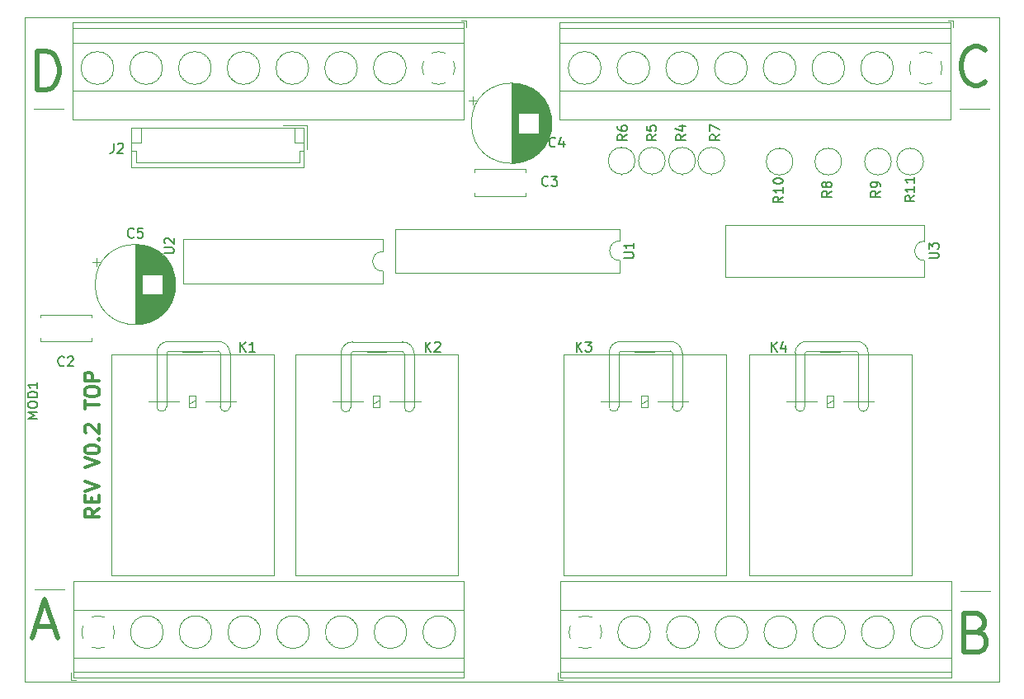
<source format=gbr>
%TF.GenerationSoftware,KiCad,Pcbnew,8.0.5*%
%TF.CreationDate,2025-03-13T20:37:10+01:00*%
%TF.ProjectId,esp32_blinds_controller,65737033-325f-4626-9c69-6e64735f636f,V0.2*%
%TF.SameCoordinates,Original*%
%TF.FileFunction,Legend,Top*%
%TF.FilePolarity,Positive*%
%FSLAX46Y46*%
G04 Gerber Fmt 4.6, Leading zero omitted, Abs format (unit mm)*
G04 Created by KiCad (PCBNEW 8.0.5) date 2025-03-13 20:37:10*
%MOMM*%
%LPD*%
G01*
G04 APERTURE LIST*
%ADD10C,0.300000*%
%ADD11C,0.150000*%
%ADD12C,0.500000*%
%ADD13C,0.120000*%
%TA.AperFunction,Profile*%
%ADD14C,0.050000*%
%TD*%
%TA.AperFunction,Profile*%
%ADD15C,0.120000*%
%TD*%
G04 APERTURE END LIST*
D10*
X108800828Y-113588346D02*
X108086542Y-114088346D01*
X108800828Y-114445489D02*
X107300828Y-114445489D01*
X107300828Y-114445489D02*
X107300828Y-113874060D01*
X107300828Y-113874060D02*
X107372257Y-113731203D01*
X107372257Y-113731203D02*
X107443685Y-113659774D01*
X107443685Y-113659774D02*
X107586542Y-113588346D01*
X107586542Y-113588346D02*
X107800828Y-113588346D01*
X107800828Y-113588346D02*
X107943685Y-113659774D01*
X107943685Y-113659774D02*
X108015114Y-113731203D01*
X108015114Y-113731203D02*
X108086542Y-113874060D01*
X108086542Y-113874060D02*
X108086542Y-114445489D01*
X108015114Y-112945489D02*
X108015114Y-112445489D01*
X108800828Y-112231203D02*
X108800828Y-112945489D01*
X108800828Y-112945489D02*
X107300828Y-112945489D01*
X107300828Y-112945489D02*
X107300828Y-112231203D01*
X107300828Y-111802631D02*
X108800828Y-111302631D01*
X108800828Y-111302631D02*
X107300828Y-110802631D01*
X107300828Y-109374060D02*
X108800828Y-108874060D01*
X108800828Y-108874060D02*
X107300828Y-108374060D01*
X107300828Y-107588346D02*
X107300828Y-107445489D01*
X107300828Y-107445489D02*
X107372257Y-107302632D01*
X107372257Y-107302632D02*
X107443685Y-107231204D01*
X107443685Y-107231204D02*
X107586542Y-107159775D01*
X107586542Y-107159775D02*
X107872257Y-107088346D01*
X107872257Y-107088346D02*
X108229400Y-107088346D01*
X108229400Y-107088346D02*
X108515114Y-107159775D01*
X108515114Y-107159775D02*
X108657971Y-107231204D01*
X108657971Y-107231204D02*
X108729400Y-107302632D01*
X108729400Y-107302632D02*
X108800828Y-107445489D01*
X108800828Y-107445489D02*
X108800828Y-107588346D01*
X108800828Y-107588346D02*
X108729400Y-107731204D01*
X108729400Y-107731204D02*
X108657971Y-107802632D01*
X108657971Y-107802632D02*
X108515114Y-107874061D01*
X108515114Y-107874061D02*
X108229400Y-107945489D01*
X108229400Y-107945489D02*
X107872257Y-107945489D01*
X107872257Y-107945489D02*
X107586542Y-107874061D01*
X107586542Y-107874061D02*
X107443685Y-107802632D01*
X107443685Y-107802632D02*
X107372257Y-107731204D01*
X107372257Y-107731204D02*
X107300828Y-107588346D01*
X108657971Y-106445490D02*
X108729400Y-106374061D01*
X108729400Y-106374061D02*
X108800828Y-106445490D01*
X108800828Y-106445490D02*
X108729400Y-106516918D01*
X108729400Y-106516918D02*
X108657971Y-106445490D01*
X108657971Y-106445490D02*
X108800828Y-106445490D01*
X107443685Y-105802632D02*
X107372257Y-105731204D01*
X107372257Y-105731204D02*
X107300828Y-105588347D01*
X107300828Y-105588347D02*
X107300828Y-105231204D01*
X107300828Y-105231204D02*
X107372257Y-105088347D01*
X107372257Y-105088347D02*
X107443685Y-105016918D01*
X107443685Y-105016918D02*
X107586542Y-104945489D01*
X107586542Y-104945489D02*
X107729400Y-104945489D01*
X107729400Y-104945489D02*
X107943685Y-105016918D01*
X107943685Y-105016918D02*
X108800828Y-105874061D01*
X108800828Y-105874061D02*
X108800828Y-104945489D01*
X107300828Y-103374061D02*
X107300828Y-102516919D01*
X108800828Y-102945490D02*
X107300828Y-102945490D01*
X107300828Y-101731204D02*
X107300828Y-101445490D01*
X107300828Y-101445490D02*
X107372257Y-101302633D01*
X107372257Y-101302633D02*
X107515114Y-101159776D01*
X107515114Y-101159776D02*
X107800828Y-101088347D01*
X107800828Y-101088347D02*
X108300828Y-101088347D01*
X108300828Y-101088347D02*
X108586542Y-101159776D01*
X108586542Y-101159776D02*
X108729400Y-101302633D01*
X108729400Y-101302633D02*
X108800828Y-101445490D01*
X108800828Y-101445490D02*
X108800828Y-101731204D01*
X108800828Y-101731204D02*
X108729400Y-101874062D01*
X108729400Y-101874062D02*
X108586542Y-102016919D01*
X108586542Y-102016919D02*
X108300828Y-102088347D01*
X108300828Y-102088347D02*
X107800828Y-102088347D01*
X107800828Y-102088347D02*
X107515114Y-102016919D01*
X107515114Y-102016919D02*
X107372257Y-101874062D01*
X107372257Y-101874062D02*
X107300828Y-101731204D01*
X108800828Y-100445490D02*
X107300828Y-100445490D01*
X107300828Y-100445490D02*
X107300828Y-99874061D01*
X107300828Y-99874061D02*
X107372257Y-99731204D01*
X107372257Y-99731204D02*
X107443685Y-99659775D01*
X107443685Y-99659775D02*
X107586542Y-99588347D01*
X107586542Y-99588347D02*
X107800828Y-99588347D01*
X107800828Y-99588347D02*
X107943685Y-99659775D01*
X107943685Y-99659775D02*
X108015114Y-99731204D01*
X108015114Y-99731204D02*
X108086542Y-99874061D01*
X108086542Y-99874061D02*
X108086542Y-100445490D01*
D11*
X165954819Y-75166666D02*
X165478628Y-75499999D01*
X165954819Y-75738094D02*
X164954819Y-75738094D01*
X164954819Y-75738094D02*
X164954819Y-75357142D01*
X164954819Y-75357142D02*
X165002438Y-75261904D01*
X165002438Y-75261904D02*
X165050057Y-75214285D01*
X165050057Y-75214285D02*
X165145295Y-75166666D01*
X165145295Y-75166666D02*
X165288152Y-75166666D01*
X165288152Y-75166666D02*
X165383390Y-75214285D01*
X165383390Y-75214285D02*
X165431009Y-75261904D01*
X165431009Y-75261904D02*
X165478628Y-75357142D01*
X165478628Y-75357142D02*
X165478628Y-75738094D01*
X164954819Y-74261904D02*
X164954819Y-74738094D01*
X164954819Y-74738094D02*
X165431009Y-74785713D01*
X165431009Y-74785713D02*
X165383390Y-74738094D01*
X165383390Y-74738094D02*
X165335771Y-74642856D01*
X165335771Y-74642856D02*
X165335771Y-74404761D01*
X165335771Y-74404761D02*
X165383390Y-74309523D01*
X165383390Y-74309523D02*
X165431009Y-74261904D01*
X165431009Y-74261904D02*
X165526247Y-74214285D01*
X165526247Y-74214285D02*
X165764342Y-74214285D01*
X165764342Y-74214285D02*
X165859580Y-74261904D01*
X165859580Y-74261904D02*
X165907200Y-74309523D01*
X165907200Y-74309523D02*
X165954819Y-74404761D01*
X165954819Y-74404761D02*
X165954819Y-74642856D01*
X165954819Y-74642856D02*
X165907200Y-74738094D01*
X165907200Y-74738094D02*
X165859580Y-74785713D01*
X188954819Y-80966666D02*
X188478628Y-81299999D01*
X188954819Y-81538094D02*
X187954819Y-81538094D01*
X187954819Y-81538094D02*
X187954819Y-81157142D01*
X187954819Y-81157142D02*
X188002438Y-81061904D01*
X188002438Y-81061904D02*
X188050057Y-81014285D01*
X188050057Y-81014285D02*
X188145295Y-80966666D01*
X188145295Y-80966666D02*
X188288152Y-80966666D01*
X188288152Y-80966666D02*
X188383390Y-81014285D01*
X188383390Y-81014285D02*
X188431009Y-81061904D01*
X188431009Y-81061904D02*
X188478628Y-81157142D01*
X188478628Y-81157142D02*
X188478628Y-81538094D01*
X188954819Y-80490475D02*
X188954819Y-80299999D01*
X188954819Y-80299999D02*
X188907200Y-80204761D01*
X188907200Y-80204761D02*
X188859580Y-80157142D01*
X188859580Y-80157142D02*
X188716723Y-80061904D01*
X188716723Y-80061904D02*
X188526247Y-80014285D01*
X188526247Y-80014285D02*
X188145295Y-80014285D01*
X188145295Y-80014285D02*
X188050057Y-80061904D01*
X188050057Y-80061904D02*
X188002438Y-80109523D01*
X188002438Y-80109523D02*
X187954819Y-80204761D01*
X187954819Y-80204761D02*
X187954819Y-80395237D01*
X187954819Y-80395237D02*
X188002438Y-80490475D01*
X188002438Y-80490475D02*
X188050057Y-80538094D01*
X188050057Y-80538094D02*
X188145295Y-80585713D01*
X188145295Y-80585713D02*
X188383390Y-80585713D01*
X188383390Y-80585713D02*
X188478628Y-80538094D01*
X188478628Y-80538094D02*
X188526247Y-80490475D01*
X188526247Y-80490475D02*
X188573866Y-80395237D01*
X188573866Y-80395237D02*
X188573866Y-80204761D01*
X188573866Y-80204761D02*
X188526247Y-80109523D01*
X188526247Y-80109523D02*
X188478628Y-80061904D01*
X188478628Y-80061904D02*
X188383390Y-80014285D01*
X168954819Y-75166666D02*
X168478628Y-75499999D01*
X168954819Y-75738094D02*
X167954819Y-75738094D01*
X167954819Y-75738094D02*
X167954819Y-75357142D01*
X167954819Y-75357142D02*
X168002438Y-75261904D01*
X168002438Y-75261904D02*
X168050057Y-75214285D01*
X168050057Y-75214285D02*
X168145295Y-75166666D01*
X168145295Y-75166666D02*
X168288152Y-75166666D01*
X168288152Y-75166666D02*
X168383390Y-75214285D01*
X168383390Y-75214285D02*
X168431009Y-75261904D01*
X168431009Y-75261904D02*
X168478628Y-75357142D01*
X168478628Y-75357142D02*
X168478628Y-75738094D01*
X168288152Y-74309523D02*
X168954819Y-74309523D01*
X167907200Y-74547618D02*
X168621485Y-74785713D01*
X168621485Y-74785713D02*
X168621485Y-74166666D01*
X142261905Y-97454819D02*
X142261905Y-96454819D01*
X142833333Y-97454819D02*
X142404762Y-96883390D01*
X142833333Y-96454819D02*
X142261905Y-97026247D01*
X143214286Y-96550057D02*
X143261905Y-96502438D01*
X143261905Y-96502438D02*
X143357143Y-96454819D01*
X143357143Y-96454819D02*
X143595238Y-96454819D01*
X143595238Y-96454819D02*
X143690476Y-96502438D01*
X143690476Y-96502438D02*
X143738095Y-96550057D01*
X143738095Y-96550057D02*
X143785714Y-96645295D01*
X143785714Y-96645295D02*
X143785714Y-96740533D01*
X143785714Y-96740533D02*
X143738095Y-96883390D01*
X143738095Y-96883390D02*
X143166667Y-97454819D01*
X143166667Y-97454819D02*
X143785714Y-97454819D01*
X115454819Y-87351904D02*
X116264342Y-87351904D01*
X116264342Y-87351904D02*
X116359580Y-87304285D01*
X116359580Y-87304285D02*
X116407200Y-87256666D01*
X116407200Y-87256666D02*
X116454819Y-87161428D01*
X116454819Y-87161428D02*
X116454819Y-86970952D01*
X116454819Y-86970952D02*
X116407200Y-86875714D01*
X116407200Y-86875714D02*
X116359580Y-86828095D01*
X116359580Y-86828095D02*
X116264342Y-86780476D01*
X116264342Y-86780476D02*
X115454819Y-86780476D01*
X115550057Y-86351904D02*
X115502438Y-86304285D01*
X115502438Y-86304285D02*
X115454819Y-86209047D01*
X115454819Y-86209047D02*
X115454819Y-85970952D01*
X115454819Y-85970952D02*
X115502438Y-85875714D01*
X115502438Y-85875714D02*
X115550057Y-85828095D01*
X115550057Y-85828095D02*
X115645295Y-85780476D01*
X115645295Y-85780476D02*
X115740533Y-85780476D01*
X115740533Y-85780476D02*
X115883390Y-85828095D01*
X115883390Y-85828095D02*
X116454819Y-86399523D01*
X116454819Y-86399523D02*
X116454819Y-85780476D01*
X177761905Y-97454819D02*
X177761905Y-96454819D01*
X178333333Y-97454819D02*
X177904762Y-96883390D01*
X178333333Y-96454819D02*
X177761905Y-97026247D01*
X179190476Y-96788152D02*
X179190476Y-97454819D01*
X178952381Y-96407200D02*
X178714286Y-97121485D01*
X178714286Y-97121485D02*
X179333333Y-97121485D01*
X178954819Y-81542857D02*
X178478628Y-81876190D01*
X178954819Y-82114285D02*
X177954819Y-82114285D01*
X177954819Y-82114285D02*
X177954819Y-81733333D01*
X177954819Y-81733333D02*
X178002438Y-81638095D01*
X178002438Y-81638095D02*
X178050057Y-81590476D01*
X178050057Y-81590476D02*
X178145295Y-81542857D01*
X178145295Y-81542857D02*
X178288152Y-81542857D01*
X178288152Y-81542857D02*
X178383390Y-81590476D01*
X178383390Y-81590476D02*
X178431009Y-81638095D01*
X178431009Y-81638095D02*
X178478628Y-81733333D01*
X178478628Y-81733333D02*
X178478628Y-82114285D01*
X178954819Y-80590476D02*
X178954819Y-81161904D01*
X178954819Y-80876190D02*
X177954819Y-80876190D01*
X177954819Y-80876190D02*
X178097676Y-80971428D01*
X178097676Y-80971428D02*
X178192914Y-81066666D01*
X178192914Y-81066666D02*
X178240533Y-81161904D01*
X177954819Y-79971428D02*
X177954819Y-79876190D01*
X177954819Y-79876190D02*
X178002438Y-79780952D01*
X178002438Y-79780952D02*
X178050057Y-79733333D01*
X178050057Y-79733333D02*
X178145295Y-79685714D01*
X178145295Y-79685714D02*
X178335771Y-79638095D01*
X178335771Y-79638095D02*
X178573866Y-79638095D01*
X178573866Y-79638095D02*
X178764342Y-79685714D01*
X178764342Y-79685714D02*
X178859580Y-79733333D01*
X178859580Y-79733333D02*
X178907200Y-79780952D01*
X178907200Y-79780952D02*
X178954819Y-79876190D01*
X178954819Y-79876190D02*
X178954819Y-79971428D01*
X178954819Y-79971428D02*
X178907200Y-80066666D01*
X178907200Y-80066666D02*
X178859580Y-80114285D01*
X178859580Y-80114285D02*
X178764342Y-80161904D01*
X178764342Y-80161904D02*
X178573866Y-80209523D01*
X178573866Y-80209523D02*
X178335771Y-80209523D01*
X178335771Y-80209523D02*
X178145295Y-80161904D01*
X178145295Y-80161904D02*
X178050057Y-80114285D01*
X178050057Y-80114285D02*
X178002438Y-80066666D01*
X178002438Y-80066666D02*
X177954819Y-79971428D01*
X123261905Y-97454819D02*
X123261905Y-96454819D01*
X123833333Y-97454819D02*
X123404762Y-96883390D01*
X123833333Y-96454819D02*
X123261905Y-97026247D01*
X124785714Y-97454819D02*
X124214286Y-97454819D01*
X124500000Y-97454819D02*
X124500000Y-96454819D01*
X124500000Y-96454819D02*
X124404762Y-96597676D01*
X124404762Y-96597676D02*
X124309524Y-96692914D01*
X124309524Y-96692914D02*
X124214286Y-96740533D01*
X155580682Y-76359580D02*
X155533063Y-76407200D01*
X155533063Y-76407200D02*
X155390206Y-76454819D01*
X155390206Y-76454819D02*
X155294968Y-76454819D01*
X155294968Y-76454819D02*
X155152111Y-76407200D01*
X155152111Y-76407200D02*
X155056873Y-76311961D01*
X155056873Y-76311961D02*
X155009254Y-76216723D01*
X155009254Y-76216723D02*
X154961635Y-76026247D01*
X154961635Y-76026247D02*
X154961635Y-75883390D01*
X154961635Y-75883390D02*
X155009254Y-75692914D01*
X155009254Y-75692914D02*
X155056873Y-75597676D01*
X155056873Y-75597676D02*
X155152111Y-75502438D01*
X155152111Y-75502438D02*
X155294968Y-75454819D01*
X155294968Y-75454819D02*
X155390206Y-75454819D01*
X155390206Y-75454819D02*
X155533063Y-75502438D01*
X155533063Y-75502438D02*
X155580682Y-75550057D01*
X156437825Y-75788152D02*
X156437825Y-76454819D01*
X156199730Y-75407200D02*
X155961635Y-76121485D01*
X155961635Y-76121485D02*
X156580682Y-76121485D01*
X192454819Y-81442857D02*
X191978628Y-81776190D01*
X192454819Y-82014285D02*
X191454819Y-82014285D01*
X191454819Y-82014285D02*
X191454819Y-81633333D01*
X191454819Y-81633333D02*
X191502438Y-81538095D01*
X191502438Y-81538095D02*
X191550057Y-81490476D01*
X191550057Y-81490476D02*
X191645295Y-81442857D01*
X191645295Y-81442857D02*
X191788152Y-81442857D01*
X191788152Y-81442857D02*
X191883390Y-81490476D01*
X191883390Y-81490476D02*
X191931009Y-81538095D01*
X191931009Y-81538095D02*
X191978628Y-81633333D01*
X191978628Y-81633333D02*
X191978628Y-82014285D01*
X192454819Y-80490476D02*
X192454819Y-81061904D01*
X192454819Y-80776190D02*
X191454819Y-80776190D01*
X191454819Y-80776190D02*
X191597676Y-80871428D01*
X191597676Y-80871428D02*
X191692914Y-80966666D01*
X191692914Y-80966666D02*
X191740533Y-81061904D01*
X192454819Y-79538095D02*
X192454819Y-80109523D01*
X192454819Y-79823809D02*
X191454819Y-79823809D01*
X191454819Y-79823809D02*
X191597676Y-79919047D01*
X191597676Y-79919047D02*
X191692914Y-80014285D01*
X191692914Y-80014285D02*
X191740533Y-80109523D01*
X102454819Y-104333332D02*
X101454819Y-104333332D01*
X101454819Y-104333332D02*
X102169104Y-103999999D01*
X102169104Y-103999999D02*
X101454819Y-103666666D01*
X101454819Y-103666666D02*
X102454819Y-103666666D01*
X101454819Y-102999999D02*
X101454819Y-102809523D01*
X101454819Y-102809523D02*
X101502438Y-102714285D01*
X101502438Y-102714285D02*
X101597676Y-102619047D01*
X101597676Y-102619047D02*
X101788152Y-102571428D01*
X101788152Y-102571428D02*
X102121485Y-102571428D01*
X102121485Y-102571428D02*
X102311961Y-102619047D01*
X102311961Y-102619047D02*
X102407200Y-102714285D01*
X102407200Y-102714285D02*
X102454819Y-102809523D01*
X102454819Y-102809523D02*
X102454819Y-102999999D01*
X102454819Y-102999999D02*
X102407200Y-103095237D01*
X102407200Y-103095237D02*
X102311961Y-103190475D01*
X102311961Y-103190475D02*
X102121485Y-103238094D01*
X102121485Y-103238094D02*
X101788152Y-103238094D01*
X101788152Y-103238094D02*
X101597676Y-103190475D01*
X101597676Y-103190475D02*
X101502438Y-103095237D01*
X101502438Y-103095237D02*
X101454819Y-102999999D01*
X102454819Y-102142856D02*
X101454819Y-102142856D01*
X101454819Y-102142856D02*
X101454819Y-101904761D01*
X101454819Y-101904761D02*
X101502438Y-101761904D01*
X101502438Y-101761904D02*
X101597676Y-101666666D01*
X101597676Y-101666666D02*
X101692914Y-101619047D01*
X101692914Y-101619047D02*
X101883390Y-101571428D01*
X101883390Y-101571428D02*
X102026247Y-101571428D01*
X102026247Y-101571428D02*
X102216723Y-101619047D01*
X102216723Y-101619047D02*
X102311961Y-101666666D01*
X102311961Y-101666666D02*
X102407200Y-101761904D01*
X102407200Y-101761904D02*
X102454819Y-101904761D01*
X102454819Y-101904761D02*
X102454819Y-102142856D01*
X102454819Y-100619047D02*
X102454819Y-101190475D01*
X102454819Y-100904761D02*
X101454819Y-100904761D01*
X101454819Y-100904761D02*
X101597676Y-100999999D01*
X101597676Y-100999999D02*
X101692914Y-101095237D01*
X101692914Y-101095237D02*
X101740533Y-101190475D01*
D12*
X199733042Y-69729523D02*
X199542566Y-69920000D01*
X199542566Y-69920000D02*
X198971137Y-70110476D01*
X198971137Y-70110476D02*
X198590185Y-70110476D01*
X198590185Y-70110476D02*
X198018756Y-69920000D01*
X198018756Y-69920000D02*
X197637804Y-69539047D01*
X197637804Y-69539047D02*
X197447327Y-69158095D01*
X197447327Y-69158095D02*
X197256851Y-68396190D01*
X197256851Y-68396190D02*
X197256851Y-67824761D01*
X197256851Y-67824761D02*
X197447327Y-67062857D01*
X197447327Y-67062857D02*
X197637804Y-66681904D01*
X197637804Y-66681904D02*
X198018756Y-66300952D01*
X198018756Y-66300952D02*
X198590185Y-66110476D01*
X198590185Y-66110476D02*
X198971137Y-66110476D01*
X198971137Y-66110476D02*
X199542566Y-66300952D01*
X199542566Y-66300952D02*
X199733042Y-66491428D01*
X102265851Y-125711619D02*
X104170613Y-125711619D01*
X101884899Y-126854476D02*
X103218232Y-122854476D01*
X103218232Y-122854476D02*
X104551566Y-126854476D01*
X198849661Y-126259238D02*
X199421089Y-126449714D01*
X199421089Y-126449714D02*
X199611566Y-126640190D01*
X199611566Y-126640190D02*
X199802042Y-127021142D01*
X199802042Y-127021142D02*
X199802042Y-127592571D01*
X199802042Y-127592571D02*
X199611566Y-127973523D01*
X199611566Y-127973523D02*
X199421089Y-128164000D01*
X199421089Y-128164000D02*
X199040137Y-128354476D01*
X199040137Y-128354476D02*
X197516327Y-128354476D01*
X197516327Y-128354476D02*
X197516327Y-124354476D01*
X197516327Y-124354476D02*
X198849661Y-124354476D01*
X198849661Y-124354476D02*
X199230613Y-124544952D01*
X199230613Y-124544952D02*
X199421089Y-124735428D01*
X199421089Y-124735428D02*
X199611566Y-125116380D01*
X199611566Y-125116380D02*
X199611566Y-125497333D01*
X199611566Y-125497333D02*
X199421089Y-125878285D01*
X199421089Y-125878285D02*
X199230613Y-126068761D01*
X199230613Y-126068761D02*
X198849661Y-126259238D01*
X198849661Y-126259238D02*
X197516327Y-126259238D01*
X102387327Y-70570476D02*
X102387327Y-66570476D01*
X102387327Y-66570476D02*
X103339708Y-66570476D01*
X103339708Y-66570476D02*
X103911137Y-66760952D01*
X103911137Y-66760952D02*
X104292089Y-67141904D01*
X104292089Y-67141904D02*
X104482566Y-67522857D01*
X104482566Y-67522857D02*
X104673042Y-68284761D01*
X104673042Y-68284761D02*
X104673042Y-68856190D01*
X104673042Y-68856190D02*
X104482566Y-69618095D01*
X104482566Y-69618095D02*
X104292089Y-69999047D01*
X104292089Y-69999047D02*
X103911137Y-70380000D01*
X103911137Y-70380000D02*
X103339708Y-70570476D01*
X103339708Y-70570476D02*
X102387327Y-70570476D01*
D11*
X183954819Y-80966666D02*
X183478628Y-81299999D01*
X183954819Y-81538094D02*
X182954819Y-81538094D01*
X182954819Y-81538094D02*
X182954819Y-81157142D01*
X182954819Y-81157142D02*
X183002438Y-81061904D01*
X183002438Y-81061904D02*
X183050057Y-81014285D01*
X183050057Y-81014285D02*
X183145295Y-80966666D01*
X183145295Y-80966666D02*
X183288152Y-80966666D01*
X183288152Y-80966666D02*
X183383390Y-81014285D01*
X183383390Y-81014285D02*
X183431009Y-81061904D01*
X183431009Y-81061904D02*
X183478628Y-81157142D01*
X183478628Y-81157142D02*
X183478628Y-81538094D01*
X183383390Y-80395237D02*
X183335771Y-80490475D01*
X183335771Y-80490475D02*
X183288152Y-80538094D01*
X183288152Y-80538094D02*
X183192914Y-80585713D01*
X183192914Y-80585713D02*
X183145295Y-80585713D01*
X183145295Y-80585713D02*
X183050057Y-80538094D01*
X183050057Y-80538094D02*
X183002438Y-80490475D01*
X183002438Y-80490475D02*
X182954819Y-80395237D01*
X182954819Y-80395237D02*
X182954819Y-80204761D01*
X182954819Y-80204761D02*
X183002438Y-80109523D01*
X183002438Y-80109523D02*
X183050057Y-80061904D01*
X183050057Y-80061904D02*
X183145295Y-80014285D01*
X183145295Y-80014285D02*
X183192914Y-80014285D01*
X183192914Y-80014285D02*
X183288152Y-80061904D01*
X183288152Y-80061904D02*
X183335771Y-80109523D01*
X183335771Y-80109523D02*
X183383390Y-80204761D01*
X183383390Y-80204761D02*
X183383390Y-80395237D01*
X183383390Y-80395237D02*
X183431009Y-80490475D01*
X183431009Y-80490475D02*
X183478628Y-80538094D01*
X183478628Y-80538094D02*
X183573866Y-80585713D01*
X183573866Y-80585713D02*
X183764342Y-80585713D01*
X183764342Y-80585713D02*
X183859580Y-80538094D01*
X183859580Y-80538094D02*
X183907200Y-80490475D01*
X183907200Y-80490475D02*
X183954819Y-80395237D01*
X183954819Y-80395237D02*
X183954819Y-80204761D01*
X183954819Y-80204761D02*
X183907200Y-80109523D01*
X183907200Y-80109523D02*
X183859580Y-80061904D01*
X183859580Y-80061904D02*
X183764342Y-80014285D01*
X183764342Y-80014285D02*
X183573866Y-80014285D01*
X183573866Y-80014285D02*
X183478628Y-80061904D01*
X183478628Y-80061904D02*
X183431009Y-80109523D01*
X183431009Y-80109523D02*
X183383390Y-80204761D01*
X172454819Y-75166666D02*
X171978628Y-75499999D01*
X172454819Y-75738094D02*
X171454819Y-75738094D01*
X171454819Y-75738094D02*
X171454819Y-75357142D01*
X171454819Y-75357142D02*
X171502438Y-75261904D01*
X171502438Y-75261904D02*
X171550057Y-75214285D01*
X171550057Y-75214285D02*
X171645295Y-75166666D01*
X171645295Y-75166666D02*
X171788152Y-75166666D01*
X171788152Y-75166666D02*
X171883390Y-75214285D01*
X171883390Y-75214285D02*
X171931009Y-75261904D01*
X171931009Y-75261904D02*
X171978628Y-75357142D01*
X171978628Y-75357142D02*
X171978628Y-75738094D01*
X171454819Y-74833332D02*
X171454819Y-74166666D01*
X171454819Y-74166666D02*
X172454819Y-74595237D01*
X105193333Y-98859580D02*
X105145714Y-98907200D01*
X105145714Y-98907200D02*
X105002857Y-98954819D01*
X105002857Y-98954819D02*
X104907619Y-98954819D01*
X104907619Y-98954819D02*
X104764762Y-98907200D01*
X104764762Y-98907200D02*
X104669524Y-98811961D01*
X104669524Y-98811961D02*
X104621905Y-98716723D01*
X104621905Y-98716723D02*
X104574286Y-98526247D01*
X104574286Y-98526247D02*
X104574286Y-98383390D01*
X104574286Y-98383390D02*
X104621905Y-98192914D01*
X104621905Y-98192914D02*
X104669524Y-98097676D01*
X104669524Y-98097676D02*
X104764762Y-98002438D01*
X104764762Y-98002438D02*
X104907619Y-97954819D01*
X104907619Y-97954819D02*
X105002857Y-97954819D01*
X105002857Y-97954819D02*
X105145714Y-98002438D01*
X105145714Y-98002438D02*
X105193333Y-98050057D01*
X105574286Y-98050057D02*
X105621905Y-98002438D01*
X105621905Y-98002438D02*
X105717143Y-97954819D01*
X105717143Y-97954819D02*
X105955238Y-97954819D01*
X105955238Y-97954819D02*
X106050476Y-98002438D01*
X106050476Y-98002438D02*
X106098095Y-98050057D01*
X106098095Y-98050057D02*
X106145714Y-98145295D01*
X106145714Y-98145295D02*
X106145714Y-98240533D01*
X106145714Y-98240533D02*
X106098095Y-98383390D01*
X106098095Y-98383390D02*
X105526667Y-98954819D01*
X105526667Y-98954819D02*
X106145714Y-98954819D01*
X112333333Y-85679580D02*
X112285714Y-85727200D01*
X112285714Y-85727200D02*
X112142857Y-85774819D01*
X112142857Y-85774819D02*
X112047619Y-85774819D01*
X112047619Y-85774819D02*
X111904762Y-85727200D01*
X111904762Y-85727200D02*
X111809524Y-85631961D01*
X111809524Y-85631961D02*
X111761905Y-85536723D01*
X111761905Y-85536723D02*
X111714286Y-85346247D01*
X111714286Y-85346247D02*
X111714286Y-85203390D01*
X111714286Y-85203390D02*
X111761905Y-85012914D01*
X111761905Y-85012914D02*
X111809524Y-84917676D01*
X111809524Y-84917676D02*
X111904762Y-84822438D01*
X111904762Y-84822438D02*
X112047619Y-84774819D01*
X112047619Y-84774819D02*
X112142857Y-84774819D01*
X112142857Y-84774819D02*
X112285714Y-84822438D01*
X112285714Y-84822438D02*
X112333333Y-84870057D01*
X113238095Y-84774819D02*
X112761905Y-84774819D01*
X112761905Y-84774819D02*
X112714286Y-85251009D01*
X112714286Y-85251009D02*
X112761905Y-85203390D01*
X112761905Y-85203390D02*
X112857143Y-85155771D01*
X112857143Y-85155771D02*
X113095238Y-85155771D01*
X113095238Y-85155771D02*
X113190476Y-85203390D01*
X113190476Y-85203390D02*
X113238095Y-85251009D01*
X113238095Y-85251009D02*
X113285714Y-85346247D01*
X113285714Y-85346247D02*
X113285714Y-85584342D01*
X113285714Y-85584342D02*
X113238095Y-85679580D01*
X113238095Y-85679580D02*
X113190476Y-85727200D01*
X113190476Y-85727200D02*
X113095238Y-85774819D01*
X113095238Y-85774819D02*
X112857143Y-85774819D01*
X112857143Y-85774819D02*
X112761905Y-85727200D01*
X112761905Y-85727200D02*
X112714286Y-85679580D01*
X154833333Y-80359580D02*
X154785714Y-80407200D01*
X154785714Y-80407200D02*
X154642857Y-80454819D01*
X154642857Y-80454819D02*
X154547619Y-80454819D01*
X154547619Y-80454819D02*
X154404762Y-80407200D01*
X154404762Y-80407200D02*
X154309524Y-80311961D01*
X154309524Y-80311961D02*
X154261905Y-80216723D01*
X154261905Y-80216723D02*
X154214286Y-80026247D01*
X154214286Y-80026247D02*
X154214286Y-79883390D01*
X154214286Y-79883390D02*
X154261905Y-79692914D01*
X154261905Y-79692914D02*
X154309524Y-79597676D01*
X154309524Y-79597676D02*
X154404762Y-79502438D01*
X154404762Y-79502438D02*
X154547619Y-79454819D01*
X154547619Y-79454819D02*
X154642857Y-79454819D01*
X154642857Y-79454819D02*
X154785714Y-79502438D01*
X154785714Y-79502438D02*
X154833333Y-79550057D01*
X155166667Y-79454819D02*
X155785714Y-79454819D01*
X155785714Y-79454819D02*
X155452381Y-79835771D01*
X155452381Y-79835771D02*
X155595238Y-79835771D01*
X155595238Y-79835771D02*
X155690476Y-79883390D01*
X155690476Y-79883390D02*
X155738095Y-79931009D01*
X155738095Y-79931009D02*
X155785714Y-80026247D01*
X155785714Y-80026247D02*
X155785714Y-80264342D01*
X155785714Y-80264342D02*
X155738095Y-80359580D01*
X155738095Y-80359580D02*
X155690476Y-80407200D01*
X155690476Y-80407200D02*
X155595238Y-80454819D01*
X155595238Y-80454819D02*
X155309524Y-80454819D01*
X155309524Y-80454819D02*
X155214286Y-80407200D01*
X155214286Y-80407200D02*
X155166667Y-80359580D01*
X162624819Y-87856904D02*
X163434342Y-87856904D01*
X163434342Y-87856904D02*
X163529580Y-87809285D01*
X163529580Y-87809285D02*
X163577200Y-87761666D01*
X163577200Y-87761666D02*
X163624819Y-87666428D01*
X163624819Y-87666428D02*
X163624819Y-87475952D01*
X163624819Y-87475952D02*
X163577200Y-87380714D01*
X163577200Y-87380714D02*
X163529580Y-87333095D01*
X163529580Y-87333095D02*
X163434342Y-87285476D01*
X163434342Y-87285476D02*
X162624819Y-87285476D01*
X163624819Y-86285476D02*
X163624819Y-86856904D01*
X163624819Y-86571190D02*
X162624819Y-86571190D01*
X162624819Y-86571190D02*
X162767676Y-86666428D01*
X162767676Y-86666428D02*
X162862914Y-86761666D01*
X162862914Y-86761666D02*
X162910533Y-86856904D01*
X157761905Y-97454819D02*
X157761905Y-96454819D01*
X158333333Y-97454819D02*
X157904762Y-96883390D01*
X158333333Y-96454819D02*
X157761905Y-97026247D01*
X158666667Y-96454819D02*
X159285714Y-96454819D01*
X159285714Y-96454819D02*
X158952381Y-96835771D01*
X158952381Y-96835771D02*
X159095238Y-96835771D01*
X159095238Y-96835771D02*
X159190476Y-96883390D01*
X159190476Y-96883390D02*
X159238095Y-96931009D01*
X159238095Y-96931009D02*
X159285714Y-97026247D01*
X159285714Y-97026247D02*
X159285714Y-97264342D01*
X159285714Y-97264342D02*
X159238095Y-97359580D01*
X159238095Y-97359580D02*
X159190476Y-97407200D01*
X159190476Y-97407200D02*
X159095238Y-97454819D01*
X159095238Y-97454819D02*
X158809524Y-97454819D01*
X158809524Y-97454819D02*
X158714286Y-97407200D01*
X158714286Y-97407200D02*
X158666667Y-97359580D01*
X193924819Y-87871904D02*
X194734342Y-87871904D01*
X194734342Y-87871904D02*
X194829580Y-87824285D01*
X194829580Y-87824285D02*
X194877200Y-87776666D01*
X194877200Y-87776666D02*
X194924819Y-87681428D01*
X194924819Y-87681428D02*
X194924819Y-87490952D01*
X194924819Y-87490952D02*
X194877200Y-87395714D01*
X194877200Y-87395714D02*
X194829580Y-87348095D01*
X194829580Y-87348095D02*
X194734342Y-87300476D01*
X194734342Y-87300476D02*
X193924819Y-87300476D01*
X193924819Y-86919523D02*
X193924819Y-86300476D01*
X193924819Y-86300476D02*
X194305771Y-86633809D01*
X194305771Y-86633809D02*
X194305771Y-86490952D01*
X194305771Y-86490952D02*
X194353390Y-86395714D01*
X194353390Y-86395714D02*
X194401009Y-86348095D01*
X194401009Y-86348095D02*
X194496247Y-86300476D01*
X194496247Y-86300476D02*
X194734342Y-86300476D01*
X194734342Y-86300476D02*
X194829580Y-86348095D01*
X194829580Y-86348095D02*
X194877200Y-86395714D01*
X194877200Y-86395714D02*
X194924819Y-86490952D01*
X194924819Y-86490952D02*
X194924819Y-86776666D01*
X194924819Y-86776666D02*
X194877200Y-86871904D01*
X194877200Y-86871904D02*
X194829580Y-86919523D01*
X162954819Y-75166666D02*
X162478628Y-75499999D01*
X162954819Y-75738094D02*
X161954819Y-75738094D01*
X161954819Y-75738094D02*
X161954819Y-75357142D01*
X161954819Y-75357142D02*
X162002438Y-75261904D01*
X162002438Y-75261904D02*
X162050057Y-75214285D01*
X162050057Y-75214285D02*
X162145295Y-75166666D01*
X162145295Y-75166666D02*
X162288152Y-75166666D01*
X162288152Y-75166666D02*
X162383390Y-75214285D01*
X162383390Y-75214285D02*
X162431009Y-75261904D01*
X162431009Y-75261904D02*
X162478628Y-75357142D01*
X162478628Y-75357142D02*
X162478628Y-75738094D01*
X161954819Y-74309523D02*
X161954819Y-74499999D01*
X161954819Y-74499999D02*
X162002438Y-74595237D01*
X162002438Y-74595237D02*
X162050057Y-74642856D01*
X162050057Y-74642856D02*
X162192914Y-74738094D01*
X162192914Y-74738094D02*
X162383390Y-74785713D01*
X162383390Y-74785713D02*
X162764342Y-74785713D01*
X162764342Y-74785713D02*
X162859580Y-74738094D01*
X162859580Y-74738094D02*
X162907200Y-74690475D01*
X162907200Y-74690475D02*
X162954819Y-74595237D01*
X162954819Y-74595237D02*
X162954819Y-74404761D01*
X162954819Y-74404761D02*
X162907200Y-74309523D01*
X162907200Y-74309523D02*
X162859580Y-74261904D01*
X162859580Y-74261904D02*
X162764342Y-74214285D01*
X162764342Y-74214285D02*
X162526247Y-74214285D01*
X162526247Y-74214285D02*
X162431009Y-74261904D01*
X162431009Y-74261904D02*
X162383390Y-74309523D01*
X162383390Y-74309523D02*
X162335771Y-74404761D01*
X162335771Y-74404761D02*
X162335771Y-74595237D01*
X162335771Y-74595237D02*
X162383390Y-74690475D01*
X162383390Y-74690475D02*
X162431009Y-74738094D01*
X162431009Y-74738094D02*
X162526247Y-74785713D01*
X110266666Y-76054819D02*
X110266666Y-76769104D01*
X110266666Y-76769104D02*
X110219047Y-76911961D01*
X110219047Y-76911961D02*
X110123809Y-77007200D01*
X110123809Y-77007200D02*
X109980952Y-77054819D01*
X109980952Y-77054819D02*
X109885714Y-77054819D01*
X110695238Y-76150057D02*
X110742857Y-76102438D01*
X110742857Y-76102438D02*
X110838095Y-76054819D01*
X110838095Y-76054819D02*
X111076190Y-76054819D01*
X111076190Y-76054819D02*
X111171428Y-76102438D01*
X111171428Y-76102438D02*
X111219047Y-76150057D01*
X111219047Y-76150057D02*
X111266666Y-76245295D01*
X111266666Y-76245295D02*
X111266666Y-76340533D01*
X111266666Y-76340533D02*
X111219047Y-76483390D01*
X111219047Y-76483390D02*
X110647619Y-77054819D01*
X110647619Y-77054819D02*
X111266666Y-77054819D01*
D13*
%TO.C,R5*%
X165500000Y-79225000D02*
X165500000Y-79295000D01*
X166870000Y-77855000D02*
G75*
G02*
X164130000Y-77855000I-1370000J0D01*
G01*
X164130000Y-77855000D02*
G75*
G02*
X166870000Y-77855000I1370000J0D01*
G01*
%TO.C,R9*%
X188700000Y-76570000D02*
X188700000Y-76500000D01*
X190070000Y-77940000D02*
G75*
G02*
X187330000Y-77940000I-1370000J0D01*
G01*
X187330000Y-77940000D02*
G75*
G02*
X190070000Y-77940000I1370000J0D01*
G01*
%TO.C,R4*%
X168600000Y-79225000D02*
X168600000Y-79295000D01*
X169970000Y-77855000D02*
G75*
G02*
X167230000Y-77855000I-1370000J0D01*
G01*
X167230000Y-77855000D02*
G75*
G02*
X169970000Y-77855000I1370000J0D01*
G01*
%TO.C,K2*%
X128900000Y-97750000D02*
X128900000Y-120450000D01*
X128900000Y-120450000D02*
X145600000Y-120450000D01*
X132750000Y-102600000D02*
X135900000Y-102600000D01*
X136250000Y-97490000D02*
X138250000Y-97490000D01*
X136900000Y-102000000D02*
X136900000Y-103200000D01*
X136900000Y-102800000D02*
X137600000Y-102400000D01*
X136900000Y-103200000D02*
X137600000Y-103200000D01*
X137600000Y-102000000D02*
X136900000Y-102000000D01*
X137600000Y-103200000D02*
X137600000Y-102000000D01*
X138600000Y-102600000D02*
X141750000Y-102600000D01*
X145600000Y-97750000D02*
X128900000Y-97750000D01*
X145600000Y-120450000D02*
X145600000Y-97750000D01*
%TO.C,U2*%
X117415000Y-85935000D02*
X117415000Y-90435000D01*
X117415000Y-90435000D02*
X137855000Y-90435000D01*
X137855000Y-85935000D02*
X117415000Y-85935000D01*
X137855000Y-87185000D02*
X137855000Y-85935000D01*
X137855000Y-90435000D02*
X137855000Y-89185000D01*
X137855000Y-89185000D02*
G75*
G02*
X137855000Y-87185000I0J1000000D01*
G01*
%TO.C,K4*%
X175450000Y-97750000D02*
X175450000Y-120450000D01*
X175450000Y-120450000D02*
X192150000Y-120450000D01*
X179300000Y-102600000D02*
X182450000Y-102600000D01*
X182800000Y-97490000D02*
X184800000Y-97490000D01*
X183450000Y-102000000D02*
X183450000Y-103200000D01*
X183450000Y-102800000D02*
X184150000Y-102400000D01*
X183450000Y-103200000D02*
X184150000Y-103200000D01*
X184150000Y-102000000D02*
X183450000Y-102000000D01*
X184150000Y-103200000D02*
X184150000Y-102000000D01*
X185150000Y-102600000D02*
X188300000Y-102600000D01*
X192150000Y-97750000D02*
X175450000Y-97750000D01*
X192150000Y-120450000D02*
X192150000Y-97750000D01*
%TO.C,R10*%
X178600000Y-76575000D02*
X178600000Y-76505000D01*
X179970000Y-77945000D02*
G75*
G02*
X177230000Y-77945000I-1370000J0D01*
G01*
X177230000Y-77945000D02*
G75*
G02*
X179970000Y-77945000I1370000J0D01*
G01*
%TO.C,K1*%
X110000000Y-97750000D02*
X110000000Y-120450000D01*
X110000000Y-120450000D02*
X126700000Y-120450000D01*
X113850000Y-102600000D02*
X117000000Y-102600000D01*
X117350000Y-97490000D02*
X119350000Y-97490000D01*
X118000000Y-102000000D02*
X118000000Y-103200000D01*
X118000000Y-102800000D02*
X118700000Y-102400000D01*
X118000000Y-103200000D02*
X118700000Y-103200000D01*
X118700000Y-102000000D02*
X118000000Y-102000000D01*
X118700000Y-103200000D02*
X118700000Y-102000000D01*
X119700000Y-102600000D02*
X122850000Y-102600000D01*
X126700000Y-97750000D02*
X110000000Y-97750000D01*
X126700000Y-120450000D02*
X126700000Y-97750000D01*
%TO.C,C4*%
X146687651Y-71685000D02*
X147487651Y-71685000D01*
X147087651Y-71285000D02*
X147087651Y-72085000D01*
X151097349Y-69920000D02*
X151097349Y-78080000D01*
X151137349Y-69920000D02*
X151137349Y-78080000D01*
X151177349Y-69920000D02*
X151177349Y-78080000D01*
X151217349Y-69921000D02*
X151217349Y-78079000D01*
X151257349Y-69923000D02*
X151257349Y-78077000D01*
X151297349Y-69924000D02*
X151297349Y-78076000D01*
X151337349Y-69926000D02*
X151337349Y-78074000D01*
X151377349Y-69929000D02*
X151377349Y-78071000D01*
X151417349Y-69932000D02*
X151417349Y-78068000D01*
X151457349Y-69935000D02*
X151457349Y-78065000D01*
X151497349Y-69939000D02*
X151497349Y-78061000D01*
X151537349Y-69943000D02*
X151537349Y-78057000D01*
X151577349Y-69948000D02*
X151577349Y-78052000D01*
X151617349Y-69952000D02*
X151617349Y-78048000D01*
X151657349Y-69958000D02*
X151657349Y-78042000D01*
X151697349Y-69963000D02*
X151697349Y-78037000D01*
X151737349Y-69970000D02*
X151737349Y-78030000D01*
X151777349Y-69976000D02*
X151777349Y-78024000D01*
X151818349Y-69983000D02*
X151818349Y-72960000D01*
X151818349Y-75040000D02*
X151818349Y-78017000D01*
X151858349Y-69990000D02*
X151858349Y-72960000D01*
X151858349Y-75040000D02*
X151858349Y-78010000D01*
X151898349Y-69998000D02*
X151898349Y-72960000D01*
X151898349Y-75040000D02*
X151898349Y-78002000D01*
X151938349Y-70006000D02*
X151938349Y-72960000D01*
X151938349Y-75040000D02*
X151938349Y-77994000D01*
X151978349Y-70015000D02*
X151978349Y-72960000D01*
X151978349Y-75040000D02*
X151978349Y-77985000D01*
X152018349Y-70024000D02*
X152018349Y-72960000D01*
X152018349Y-75040000D02*
X152018349Y-77976000D01*
X152058349Y-70033000D02*
X152058349Y-72960000D01*
X152058349Y-75040000D02*
X152058349Y-77967000D01*
X152098349Y-70043000D02*
X152098349Y-72960000D01*
X152098349Y-75040000D02*
X152098349Y-77957000D01*
X152138349Y-70053000D02*
X152138349Y-72960000D01*
X152138349Y-75040000D02*
X152138349Y-77947000D01*
X152178349Y-70064000D02*
X152178349Y-72960000D01*
X152178349Y-75040000D02*
X152178349Y-77936000D01*
X152218349Y-70075000D02*
X152218349Y-72960000D01*
X152218349Y-75040000D02*
X152218349Y-77925000D01*
X152258349Y-70086000D02*
X152258349Y-72960000D01*
X152258349Y-75040000D02*
X152258349Y-77914000D01*
X152298349Y-70098000D02*
X152298349Y-72960000D01*
X152298349Y-75040000D02*
X152298349Y-77902000D01*
X152338349Y-70111000D02*
X152338349Y-72960000D01*
X152338349Y-75040000D02*
X152338349Y-77889000D01*
X152378349Y-70123000D02*
X152378349Y-72960000D01*
X152378349Y-75040000D02*
X152378349Y-77877000D01*
X152418349Y-70137000D02*
X152418349Y-72960000D01*
X152418349Y-75040000D02*
X152418349Y-77863000D01*
X152458349Y-70150000D02*
X152458349Y-72960000D01*
X152458349Y-75040000D02*
X152458349Y-77850000D01*
X152498349Y-70165000D02*
X152498349Y-72960000D01*
X152498349Y-75040000D02*
X152498349Y-77835000D01*
X152538349Y-70179000D02*
X152538349Y-72960000D01*
X152538349Y-75040000D02*
X152538349Y-77821000D01*
X152578349Y-70195000D02*
X152578349Y-72960000D01*
X152578349Y-75040000D02*
X152578349Y-77805000D01*
X152618349Y-70210000D02*
X152618349Y-72960000D01*
X152618349Y-75040000D02*
X152618349Y-77790000D01*
X152658349Y-70226000D02*
X152658349Y-72960000D01*
X152658349Y-75040000D02*
X152658349Y-77774000D01*
X152698349Y-70243000D02*
X152698349Y-72960000D01*
X152698349Y-75040000D02*
X152698349Y-77757000D01*
X152738349Y-70260000D02*
X152738349Y-72960000D01*
X152738349Y-75040000D02*
X152738349Y-77740000D01*
X152778349Y-70278000D02*
X152778349Y-72960000D01*
X152778349Y-75040000D02*
X152778349Y-77722000D01*
X152818349Y-70296000D02*
X152818349Y-72960000D01*
X152818349Y-75040000D02*
X152818349Y-77704000D01*
X152858349Y-70314000D02*
X152858349Y-72960000D01*
X152858349Y-75040000D02*
X152858349Y-77686000D01*
X152898349Y-70334000D02*
X152898349Y-72960000D01*
X152898349Y-75040000D02*
X152898349Y-77666000D01*
X152938349Y-70353000D02*
X152938349Y-72960000D01*
X152938349Y-75040000D02*
X152938349Y-77647000D01*
X152978349Y-70373000D02*
X152978349Y-72960000D01*
X152978349Y-75040000D02*
X152978349Y-77627000D01*
X153018349Y-70394000D02*
X153018349Y-72960000D01*
X153018349Y-75040000D02*
X153018349Y-77606000D01*
X153058349Y-70416000D02*
X153058349Y-72960000D01*
X153058349Y-75040000D02*
X153058349Y-77584000D01*
X153098349Y-70438000D02*
X153098349Y-72960000D01*
X153098349Y-75040000D02*
X153098349Y-77562000D01*
X153138349Y-70460000D02*
X153138349Y-72960000D01*
X153138349Y-75040000D02*
X153138349Y-77540000D01*
X153178349Y-70483000D02*
X153178349Y-72960000D01*
X153178349Y-75040000D02*
X153178349Y-77517000D01*
X153218349Y-70507000D02*
X153218349Y-72960000D01*
X153218349Y-75040000D02*
X153218349Y-77493000D01*
X153258349Y-70531000D02*
X153258349Y-72960000D01*
X153258349Y-75040000D02*
X153258349Y-77469000D01*
X153298349Y-70556000D02*
X153298349Y-72960000D01*
X153298349Y-75040000D02*
X153298349Y-77444000D01*
X153338349Y-70582000D02*
X153338349Y-72960000D01*
X153338349Y-75040000D02*
X153338349Y-77418000D01*
X153378349Y-70608000D02*
X153378349Y-72960000D01*
X153378349Y-75040000D02*
X153378349Y-77392000D01*
X153418349Y-70635000D02*
X153418349Y-72960000D01*
X153418349Y-75040000D02*
X153418349Y-77365000D01*
X153458349Y-70662000D02*
X153458349Y-72960000D01*
X153458349Y-75040000D02*
X153458349Y-77338000D01*
X153498349Y-70691000D02*
X153498349Y-72960000D01*
X153498349Y-75040000D02*
X153498349Y-77309000D01*
X153538349Y-70720000D02*
X153538349Y-72960000D01*
X153538349Y-75040000D02*
X153538349Y-77280000D01*
X153578349Y-70750000D02*
X153578349Y-72960000D01*
X153578349Y-75040000D02*
X153578349Y-77250000D01*
X153618349Y-70780000D02*
X153618349Y-72960000D01*
X153618349Y-75040000D02*
X153618349Y-77220000D01*
X153658349Y-70811000D02*
X153658349Y-72960000D01*
X153658349Y-75040000D02*
X153658349Y-77189000D01*
X153698349Y-70844000D02*
X153698349Y-72960000D01*
X153698349Y-75040000D02*
X153698349Y-77156000D01*
X153738349Y-70876000D02*
X153738349Y-72960000D01*
X153738349Y-75040000D02*
X153738349Y-77124000D01*
X153778349Y-70910000D02*
X153778349Y-72960000D01*
X153778349Y-75040000D02*
X153778349Y-77090000D01*
X153818349Y-70945000D02*
X153818349Y-72960000D01*
X153818349Y-75040000D02*
X153818349Y-77055000D01*
X153858349Y-70981000D02*
X153858349Y-72960000D01*
X153858349Y-75040000D02*
X153858349Y-77019000D01*
X153898349Y-71017000D02*
X153898349Y-76983000D01*
X153938349Y-71055000D02*
X153938349Y-76945000D01*
X153978349Y-71093000D02*
X153978349Y-76907000D01*
X154018349Y-71133000D02*
X154018349Y-76867000D01*
X154058349Y-71174000D02*
X154058349Y-76826000D01*
X154098349Y-71216000D02*
X154098349Y-76784000D01*
X154138349Y-71259000D02*
X154138349Y-76741000D01*
X154178349Y-71303000D02*
X154178349Y-76697000D01*
X154218349Y-71349000D02*
X154218349Y-76651000D01*
X154258349Y-71396000D02*
X154258349Y-76604000D01*
X154298349Y-71444000D02*
X154298349Y-76556000D01*
X154338349Y-71495000D02*
X154338349Y-76505000D01*
X154378349Y-71546000D02*
X154378349Y-76454000D01*
X154418349Y-71600000D02*
X154418349Y-76400000D01*
X154458349Y-71655000D02*
X154458349Y-76345000D01*
X154498349Y-71713000D02*
X154498349Y-76287000D01*
X154538349Y-71772000D02*
X154538349Y-76228000D01*
X154578349Y-71834000D02*
X154578349Y-76166000D01*
X154618349Y-71898000D02*
X154618349Y-76102000D01*
X154658349Y-71966000D02*
X154658349Y-76034000D01*
X154698349Y-72036000D02*
X154698349Y-75964000D01*
X154738349Y-72110000D02*
X154738349Y-75890000D01*
X154778349Y-72187000D02*
X154778349Y-75813000D01*
X154818349Y-72269000D02*
X154818349Y-75731000D01*
X154858349Y-72355000D02*
X154858349Y-75645000D01*
X154898349Y-72448000D02*
X154898349Y-75552000D01*
X154938349Y-72547000D02*
X154938349Y-75453000D01*
X154978349Y-72654000D02*
X154978349Y-75346000D01*
X155018349Y-72771000D02*
X155018349Y-75229000D01*
X155058349Y-72902000D02*
X155058349Y-75098000D01*
X155098349Y-73052000D02*
X155098349Y-74948000D01*
X155138349Y-73232000D02*
X155138349Y-74768000D01*
X155178349Y-73467000D02*
X155178349Y-74533000D01*
X155217349Y-74000000D02*
G75*
G02*
X146977349Y-74000000I-4120000J0D01*
G01*
X146977349Y-74000000D02*
G75*
G02*
X155217349Y-74000000I4120000J0D01*
G01*
%TO.C,R11*%
X192000000Y-76570000D02*
X192000000Y-76500000D01*
X193370000Y-77940000D02*
G75*
G02*
X190630000Y-77940000I-1370000J0D01*
G01*
X190630000Y-77940000D02*
G75*
G02*
X193370000Y-77940000I1370000J0D01*
G01*
%TO.C,MOD1*%
X105106000Y-72535000D02*
X102106000Y-72535000D01*
X105175000Y-121870000D02*
X102175000Y-121870000D01*
X105875000Y-130430000D02*
X105875000Y-131170000D01*
X105875000Y-131170000D02*
X106375000Y-131170000D01*
X106046000Y-73586000D02*
X106046000Y-63665000D01*
X106115000Y-121009000D02*
X106115000Y-130930000D01*
X106115000Y-121009000D02*
X146235000Y-121009000D01*
X106115000Y-123969000D02*
X146235000Y-123969000D01*
X106115000Y-128870000D02*
X146235000Y-128870000D01*
X106115000Y-130370000D02*
X146235000Y-130370000D01*
X106115000Y-130930000D02*
X146235000Y-130930000D01*
X107331000Y-69394000D02*
X107378000Y-69348000D01*
X107536000Y-69600000D02*
X107571000Y-69564000D01*
X109640000Y-67086000D02*
X109675000Y-67051000D01*
X109833000Y-67302000D02*
X109880000Y-67256000D01*
X112331000Y-69394000D02*
X112378000Y-69348000D01*
X112448000Y-127293000D02*
X112401000Y-127339000D01*
X112536000Y-69600000D02*
X112571000Y-69564000D01*
X112641000Y-127509000D02*
X112606000Y-127544000D01*
X114640000Y-67086000D02*
X114675000Y-67051000D01*
X114745000Y-124995000D02*
X114710000Y-125031000D01*
X114833000Y-67302000D02*
X114880000Y-67256000D01*
X114950000Y-125201000D02*
X114903000Y-125247000D01*
X117331000Y-69394000D02*
X117378000Y-69348000D01*
X117448000Y-127293000D02*
X117401000Y-127339000D01*
X117536000Y-69600000D02*
X117571000Y-69564000D01*
X117641000Y-127509000D02*
X117606000Y-127544000D01*
X119640000Y-67086000D02*
X119675000Y-67051000D01*
X119745000Y-124995000D02*
X119710000Y-125031000D01*
X119833000Y-67302000D02*
X119880000Y-67256000D01*
X119950000Y-125201000D02*
X119903000Y-125247000D01*
X122331000Y-69394000D02*
X122378000Y-69348000D01*
X122448000Y-127293000D02*
X122401000Y-127339000D01*
X122536000Y-69600000D02*
X122571000Y-69564000D01*
X122641000Y-127509000D02*
X122606000Y-127544000D01*
X124640000Y-67086000D02*
X124675000Y-67051000D01*
X124745000Y-124995000D02*
X124710000Y-125031000D01*
X124833000Y-67302000D02*
X124880000Y-67256000D01*
X124950000Y-125201000D02*
X124903000Y-125247000D01*
X127331000Y-69394000D02*
X127378000Y-69348000D01*
X127448000Y-127293000D02*
X127401000Y-127339000D01*
X127536000Y-69600000D02*
X127571000Y-69564000D01*
X127641000Y-127509000D02*
X127606000Y-127544000D01*
X129640000Y-67086000D02*
X129675000Y-67051000D01*
X129745000Y-124995000D02*
X129710000Y-125031000D01*
X129833000Y-67302000D02*
X129880000Y-67256000D01*
X129950000Y-125201000D02*
X129903000Y-125247000D01*
X132331000Y-69394000D02*
X132378000Y-69348000D01*
X132448000Y-127293000D02*
X132401000Y-127339000D01*
X132536000Y-69600000D02*
X132571000Y-69564000D01*
X132641000Y-127509000D02*
X132606000Y-127544000D01*
X134640000Y-67086000D02*
X134675000Y-67051000D01*
X134745000Y-124995000D02*
X134710000Y-125031000D01*
X134833000Y-67302000D02*
X134880000Y-67256000D01*
X134950000Y-125201000D02*
X134903000Y-125247000D01*
X137331000Y-69394000D02*
X137378000Y-69348000D01*
X137448000Y-127293000D02*
X137401000Y-127339000D01*
X137536000Y-69600000D02*
X137571000Y-69564000D01*
X137641000Y-127509000D02*
X137606000Y-127544000D01*
X139640000Y-67086000D02*
X139675000Y-67051000D01*
X139745000Y-124995000D02*
X139710000Y-125031000D01*
X139833000Y-67302000D02*
X139880000Y-67256000D01*
X139950000Y-125201000D02*
X139903000Y-125247000D01*
X142448000Y-127293000D02*
X142401000Y-127339000D01*
X142641000Y-127509000D02*
X142606000Y-127544000D01*
X144745000Y-124995000D02*
X144710000Y-125031000D01*
X144950000Y-125201000D02*
X144903000Y-125247000D01*
X146166000Y-63665000D02*
X106046000Y-63665000D01*
X146166000Y-64225000D02*
X106046000Y-64225000D01*
X146166000Y-65725000D02*
X106046000Y-65725000D01*
X146166000Y-70626000D02*
X106046000Y-70626000D01*
X146166000Y-73586000D02*
X106046000Y-73586000D01*
X146166000Y-73586000D02*
X146166000Y-63665000D01*
X146235000Y-121009000D02*
X146235000Y-130930000D01*
X146406000Y-63425000D02*
X145906000Y-63425000D01*
X146406000Y-64165000D02*
X146406000Y-63425000D01*
X155875000Y-130430000D02*
X155875000Y-131170000D01*
X155875000Y-131170000D02*
X156375000Y-131170000D01*
X156046000Y-73586000D02*
X156046000Y-63665000D01*
X156115000Y-121009000D02*
X156115000Y-130930000D01*
X156115000Y-121009000D02*
X196235000Y-121009000D01*
X156115000Y-123969000D02*
X196235000Y-123969000D01*
X156115000Y-128870000D02*
X196235000Y-128870000D01*
X156115000Y-130370000D02*
X196235000Y-130370000D01*
X156115000Y-130930000D02*
X196235000Y-130930000D01*
X157331000Y-69394000D02*
X157378000Y-69348000D01*
X157536000Y-69600000D02*
X157571000Y-69564000D01*
X159640000Y-67086000D02*
X159675000Y-67051000D01*
X159833000Y-67302000D02*
X159880000Y-67256000D01*
X162331000Y-69394000D02*
X162378000Y-69348000D01*
X162448000Y-127293000D02*
X162401000Y-127339000D01*
X162536000Y-69600000D02*
X162571000Y-69564000D01*
X162641000Y-127509000D02*
X162606000Y-127544000D01*
X164640000Y-67086000D02*
X164675000Y-67051000D01*
X164745000Y-124995000D02*
X164710000Y-125031000D01*
X164833000Y-67302000D02*
X164880000Y-67256000D01*
X164950000Y-125201000D02*
X164903000Y-125247000D01*
X167331000Y-69394000D02*
X167378000Y-69348000D01*
X167448000Y-127293000D02*
X167401000Y-127339000D01*
X167536000Y-69600000D02*
X167571000Y-69564000D01*
X167641000Y-127509000D02*
X167606000Y-127544000D01*
X169640000Y-67086000D02*
X169675000Y-67051000D01*
X169745000Y-124995000D02*
X169710000Y-125031000D01*
X169833000Y-67302000D02*
X169880000Y-67256000D01*
X169950000Y-125201000D02*
X169903000Y-125247000D01*
X172331000Y-69394000D02*
X172378000Y-69348000D01*
X172448000Y-127293000D02*
X172401000Y-127339000D01*
X172536000Y-69600000D02*
X172571000Y-69564000D01*
X172641000Y-127509000D02*
X172606000Y-127544000D01*
X174640000Y-67086000D02*
X174675000Y-67051000D01*
X174745000Y-124995000D02*
X174710000Y-125031000D01*
X174833000Y-67302000D02*
X174880000Y-67256000D01*
X174950000Y-125201000D02*
X174903000Y-125247000D01*
X177331000Y-69394000D02*
X177378000Y-69348000D01*
X177448000Y-127293000D02*
X177401000Y-127339000D01*
X177536000Y-69600000D02*
X177571000Y-69564000D01*
X177641000Y-127509000D02*
X177606000Y-127544000D01*
X179640000Y-67086000D02*
X179675000Y-67051000D01*
X179745000Y-124995000D02*
X179710000Y-125031000D01*
X179833000Y-67302000D02*
X179880000Y-67256000D01*
X179950000Y-125201000D02*
X179903000Y-125247000D01*
X182331000Y-69394000D02*
X182378000Y-69348000D01*
X182448000Y-127293000D02*
X182401000Y-127339000D01*
X182536000Y-69600000D02*
X182571000Y-69564000D01*
X182641000Y-127509000D02*
X182606000Y-127544000D01*
X184640000Y-67086000D02*
X184675000Y-67051000D01*
X184745000Y-124995000D02*
X184710000Y-125031000D01*
X184833000Y-67302000D02*
X184880000Y-67256000D01*
X184950000Y-125201000D02*
X184903000Y-125247000D01*
X187331000Y-69394000D02*
X187378000Y-69348000D01*
X187448000Y-127293000D02*
X187401000Y-127339000D01*
X187536000Y-69600000D02*
X187571000Y-69564000D01*
X187641000Y-127509000D02*
X187606000Y-127544000D01*
X189640000Y-67086000D02*
X189675000Y-67051000D01*
X189745000Y-124995000D02*
X189710000Y-125031000D01*
X189833000Y-67302000D02*
X189880000Y-67256000D01*
X189950000Y-125201000D02*
X189903000Y-125247000D01*
X192448000Y-127293000D02*
X192401000Y-127339000D01*
X192641000Y-127509000D02*
X192606000Y-127544000D01*
X194745000Y-124995000D02*
X194710000Y-125031000D01*
X194950000Y-125201000D02*
X194903000Y-125247000D01*
X196166000Y-63665000D02*
X156046000Y-63665000D01*
X196166000Y-64225000D02*
X156046000Y-64225000D01*
X196166000Y-65725000D02*
X156046000Y-65725000D01*
X196166000Y-70626000D02*
X156046000Y-70626000D01*
X196166000Y-73586000D02*
X156046000Y-73586000D01*
X196166000Y-73586000D02*
X196166000Y-63665000D01*
X196235000Y-121009000D02*
X196235000Y-130930000D01*
X196406000Y-63425000D02*
X195906000Y-63425000D01*
X196406000Y-64165000D02*
X196406000Y-63425000D01*
X197175000Y-122060000D02*
X200175000Y-122060000D01*
X200106000Y-72535000D02*
X197106000Y-72535000D01*
X107139573Y-126953042D02*
G75*
G02*
X107140000Y-125586000I1535427J683042D01*
G01*
X107991958Y-124734573D02*
G75*
G02*
X109359000Y-124735000I683042J-1535427D01*
G01*
X108703805Y-127950253D02*
G75*
G02*
X107991000Y-127805000I-28805J1680253D01*
G01*
X109358318Y-127804756D02*
G75*
G02*
X108675000Y-127950000I-683318J1534756D01*
G01*
X110210427Y-125586958D02*
G75*
G02*
X110210000Y-126954000I-1535427J-683042D01*
G01*
X142070573Y-69008042D02*
G75*
G02*
X142071000Y-67641000I1535427J683042D01*
G01*
X142922682Y-66790244D02*
G75*
G02*
X143606000Y-66645000I683318J-1534756D01*
G01*
X143577195Y-66644747D02*
G75*
G02*
X144290000Y-66790000I28805J-1680253D01*
G01*
X144289042Y-69860427D02*
G75*
G02*
X142922000Y-69860000I-683042J1535427D01*
G01*
X145141427Y-67641958D02*
G75*
G02*
X145141000Y-69009000I-1535427J-683042D01*
G01*
X157139573Y-126953042D02*
G75*
G02*
X157140000Y-125586000I1535427J683042D01*
G01*
X157991958Y-124734573D02*
G75*
G02*
X159359000Y-124735000I683042J-1535427D01*
G01*
X158703805Y-127950253D02*
G75*
G02*
X157991000Y-127805000I-28805J1680253D01*
G01*
X159358318Y-127804756D02*
G75*
G02*
X158675000Y-127950000I-683318J1534756D01*
G01*
X160210427Y-125586958D02*
G75*
G02*
X160210000Y-126954000I-1535427J-683042D01*
G01*
X192070573Y-69008042D02*
G75*
G02*
X192071000Y-67641000I1535427J683042D01*
G01*
X192922682Y-66790244D02*
G75*
G02*
X193606000Y-66645000I683318J-1534756D01*
G01*
X193577195Y-66644747D02*
G75*
G02*
X194290000Y-66790000I28805J-1680253D01*
G01*
X194289042Y-69860427D02*
G75*
G02*
X192922000Y-69860000I-683042J1535427D01*
G01*
X195141427Y-67641958D02*
G75*
G02*
X195141000Y-69009000I-1535427J-683042D01*
G01*
X110286000Y-68325000D02*
G75*
G02*
X106926000Y-68325000I-1680000J0D01*
G01*
X106926000Y-68325000D02*
G75*
G02*
X110286000Y-68325000I1680000J0D01*
G01*
X115286000Y-68325000D02*
G75*
G02*
X111926000Y-68325000I-1680000J0D01*
G01*
X111926000Y-68325000D02*
G75*
G02*
X115286000Y-68325000I1680000J0D01*
G01*
X115355000Y-126270000D02*
G75*
G02*
X111995000Y-126270000I-1680000J0D01*
G01*
X111995000Y-126270000D02*
G75*
G02*
X115355000Y-126270000I1680000J0D01*
G01*
X120286000Y-68325000D02*
G75*
G02*
X116926000Y-68325000I-1680000J0D01*
G01*
X116926000Y-68325000D02*
G75*
G02*
X120286000Y-68325000I1680000J0D01*
G01*
X120355000Y-126270000D02*
G75*
G02*
X116995000Y-126270000I-1680000J0D01*
G01*
X116995000Y-126270000D02*
G75*
G02*
X120355000Y-126270000I1680000J0D01*
G01*
X125286000Y-68325000D02*
G75*
G02*
X121926000Y-68325000I-1680000J0D01*
G01*
X121926000Y-68325000D02*
G75*
G02*
X125286000Y-68325000I1680000J0D01*
G01*
X125355000Y-126270000D02*
G75*
G02*
X121995000Y-126270000I-1680000J0D01*
G01*
X121995000Y-126270000D02*
G75*
G02*
X125355000Y-126270000I1680000J0D01*
G01*
X130286000Y-68325000D02*
G75*
G02*
X126926000Y-68325000I-1680000J0D01*
G01*
X126926000Y-68325000D02*
G75*
G02*
X130286000Y-68325000I1680000J0D01*
G01*
X130355000Y-126270000D02*
G75*
G02*
X126995000Y-126270000I-1680000J0D01*
G01*
X126995000Y-126270000D02*
G75*
G02*
X130355000Y-126270000I1680000J0D01*
G01*
X135286000Y-68325000D02*
G75*
G02*
X131926000Y-68325000I-1680000J0D01*
G01*
X131926000Y-68325000D02*
G75*
G02*
X135286000Y-68325000I1680000J0D01*
G01*
X135355000Y-126270000D02*
G75*
G02*
X131995000Y-126270000I-1680000J0D01*
G01*
X131995000Y-126270000D02*
G75*
G02*
X135355000Y-126270000I1680000J0D01*
G01*
X140286000Y-68325000D02*
G75*
G02*
X136926000Y-68325000I-1680000J0D01*
G01*
X136926000Y-68325000D02*
G75*
G02*
X140286000Y-68325000I1680000J0D01*
G01*
X140355000Y-126270000D02*
G75*
G02*
X136995000Y-126270000I-1680000J0D01*
G01*
X136995000Y-126270000D02*
G75*
G02*
X140355000Y-126270000I1680000J0D01*
G01*
X145355000Y-126270000D02*
G75*
G02*
X141995000Y-126270000I-1680000J0D01*
G01*
X141995000Y-126270000D02*
G75*
G02*
X145355000Y-126270000I1680000J0D01*
G01*
X160286000Y-68325000D02*
G75*
G02*
X156926000Y-68325000I-1680000J0D01*
G01*
X156926000Y-68325000D02*
G75*
G02*
X160286000Y-68325000I1680000J0D01*
G01*
X165286000Y-68325000D02*
G75*
G02*
X161926000Y-68325000I-1680000J0D01*
G01*
X161926000Y-68325000D02*
G75*
G02*
X165286000Y-68325000I1680000J0D01*
G01*
X165355000Y-126270000D02*
G75*
G02*
X161995000Y-126270000I-1680000J0D01*
G01*
X161995000Y-126270000D02*
G75*
G02*
X165355000Y-126270000I1680000J0D01*
G01*
X170286000Y-68325000D02*
G75*
G02*
X166926000Y-68325000I-1680000J0D01*
G01*
X166926000Y-68325000D02*
G75*
G02*
X170286000Y-68325000I1680000J0D01*
G01*
X170355000Y-126270000D02*
G75*
G02*
X166995000Y-126270000I-1680000J0D01*
G01*
X166995000Y-126270000D02*
G75*
G02*
X170355000Y-126270000I1680000J0D01*
G01*
X175286000Y-68325000D02*
G75*
G02*
X171926000Y-68325000I-1680000J0D01*
G01*
X171926000Y-68325000D02*
G75*
G02*
X175286000Y-68325000I1680000J0D01*
G01*
X175355000Y-126270000D02*
G75*
G02*
X171995000Y-126270000I-1680000J0D01*
G01*
X171995000Y-126270000D02*
G75*
G02*
X175355000Y-126270000I1680000J0D01*
G01*
X180286000Y-68325000D02*
G75*
G02*
X176926000Y-68325000I-1680000J0D01*
G01*
X176926000Y-68325000D02*
G75*
G02*
X180286000Y-68325000I1680000J0D01*
G01*
X180355000Y-126270000D02*
G75*
G02*
X176995000Y-126270000I-1680000J0D01*
G01*
X176995000Y-126270000D02*
G75*
G02*
X180355000Y-126270000I1680000J0D01*
G01*
X185286000Y-68325000D02*
G75*
G02*
X181926000Y-68325000I-1680000J0D01*
G01*
X181926000Y-68325000D02*
G75*
G02*
X185286000Y-68325000I1680000J0D01*
G01*
X185355000Y-126270000D02*
G75*
G02*
X181995000Y-126270000I-1680000J0D01*
G01*
X181995000Y-126270000D02*
G75*
G02*
X185355000Y-126270000I1680000J0D01*
G01*
X190286000Y-68325000D02*
G75*
G02*
X186926000Y-68325000I-1680000J0D01*
G01*
X186926000Y-68325000D02*
G75*
G02*
X190286000Y-68325000I1680000J0D01*
G01*
X190355000Y-126270000D02*
G75*
G02*
X186995000Y-126270000I-1680000J0D01*
G01*
X186995000Y-126270000D02*
G75*
G02*
X190355000Y-126270000I1680000J0D01*
G01*
X195355000Y-126270000D02*
G75*
G02*
X191995000Y-126270000I-1680000J0D01*
G01*
X191995000Y-126270000D02*
G75*
G02*
X195355000Y-126270000I1680000J0D01*
G01*
%TO.C,R8*%
X183600000Y-76570000D02*
X183600000Y-76500000D01*
X184970000Y-77940000D02*
G75*
G02*
X182230000Y-77940000I-1370000J0D01*
G01*
X182230000Y-77940000D02*
G75*
G02*
X184970000Y-77940000I1370000J0D01*
G01*
%TO.C,R7*%
X171600000Y-79225000D02*
X171600000Y-79295000D01*
X172970000Y-77855000D02*
G75*
G02*
X170230000Y-77855000I-1370000J0D01*
G01*
X170230000Y-77855000D02*
G75*
G02*
X172970000Y-77855000I1370000J0D01*
G01*
%TO.C,C2*%
X102740000Y-93960000D02*
X102740000Y-93645000D01*
X102740000Y-96385000D02*
X102740000Y-96070000D01*
X107980000Y-93645000D02*
X102740000Y-93645000D01*
X107980000Y-93960000D02*
X107980000Y-93645000D01*
X107980000Y-96385000D02*
X102740000Y-96385000D01*
X107980000Y-96385000D02*
X107980000Y-96070000D01*
%TO.C,C5*%
X108090302Y-88255000D02*
X108890302Y-88255000D01*
X108490302Y-87855000D02*
X108490302Y-88655000D01*
X112500000Y-86490000D02*
X112500000Y-94650000D01*
X112540000Y-86490000D02*
X112540000Y-94650000D01*
X112580000Y-86490000D02*
X112580000Y-94650000D01*
X112620000Y-86491000D02*
X112620000Y-94649000D01*
X112660000Y-86493000D02*
X112660000Y-94647000D01*
X112700000Y-86494000D02*
X112700000Y-94646000D01*
X112740000Y-86496000D02*
X112740000Y-94644000D01*
X112780000Y-86499000D02*
X112780000Y-94641000D01*
X112820000Y-86502000D02*
X112820000Y-94638000D01*
X112860000Y-86505000D02*
X112860000Y-94635000D01*
X112900000Y-86509000D02*
X112900000Y-94631000D01*
X112940000Y-86513000D02*
X112940000Y-94627000D01*
X112980000Y-86518000D02*
X112980000Y-94622000D01*
X113020000Y-86522000D02*
X113020000Y-94618000D01*
X113060000Y-86528000D02*
X113060000Y-94612000D01*
X113100000Y-86533000D02*
X113100000Y-94607000D01*
X113140000Y-86540000D02*
X113140000Y-94600000D01*
X113180000Y-86546000D02*
X113180000Y-94594000D01*
X113221000Y-86553000D02*
X113221000Y-89530000D01*
X113221000Y-91610000D02*
X113221000Y-94587000D01*
X113261000Y-86560000D02*
X113261000Y-89530000D01*
X113261000Y-91610000D02*
X113261000Y-94580000D01*
X113301000Y-86568000D02*
X113301000Y-89530000D01*
X113301000Y-91610000D02*
X113301000Y-94572000D01*
X113341000Y-86576000D02*
X113341000Y-89530000D01*
X113341000Y-91610000D02*
X113341000Y-94564000D01*
X113381000Y-86585000D02*
X113381000Y-89530000D01*
X113381000Y-91610000D02*
X113381000Y-94555000D01*
X113421000Y-86594000D02*
X113421000Y-89530000D01*
X113421000Y-91610000D02*
X113421000Y-94546000D01*
X113461000Y-86603000D02*
X113461000Y-89530000D01*
X113461000Y-91610000D02*
X113461000Y-94537000D01*
X113501000Y-86613000D02*
X113501000Y-89530000D01*
X113501000Y-91610000D02*
X113501000Y-94527000D01*
X113541000Y-86623000D02*
X113541000Y-89530000D01*
X113541000Y-91610000D02*
X113541000Y-94517000D01*
X113581000Y-86634000D02*
X113581000Y-89530000D01*
X113581000Y-91610000D02*
X113581000Y-94506000D01*
X113621000Y-86645000D02*
X113621000Y-89530000D01*
X113621000Y-91610000D02*
X113621000Y-94495000D01*
X113661000Y-86656000D02*
X113661000Y-89530000D01*
X113661000Y-91610000D02*
X113661000Y-94484000D01*
X113701000Y-86668000D02*
X113701000Y-89530000D01*
X113701000Y-91610000D02*
X113701000Y-94472000D01*
X113741000Y-86681000D02*
X113741000Y-89530000D01*
X113741000Y-91610000D02*
X113741000Y-94459000D01*
X113781000Y-86693000D02*
X113781000Y-89530000D01*
X113781000Y-91610000D02*
X113781000Y-94447000D01*
X113821000Y-86707000D02*
X113821000Y-89530000D01*
X113821000Y-91610000D02*
X113821000Y-94433000D01*
X113861000Y-86720000D02*
X113861000Y-89530000D01*
X113861000Y-91610000D02*
X113861000Y-94420000D01*
X113901000Y-86735000D02*
X113901000Y-89530000D01*
X113901000Y-91610000D02*
X113901000Y-94405000D01*
X113941000Y-86749000D02*
X113941000Y-89530000D01*
X113941000Y-91610000D02*
X113941000Y-94391000D01*
X113981000Y-86765000D02*
X113981000Y-89530000D01*
X113981000Y-91610000D02*
X113981000Y-94375000D01*
X114021000Y-86780000D02*
X114021000Y-89530000D01*
X114021000Y-91610000D02*
X114021000Y-94360000D01*
X114061000Y-86796000D02*
X114061000Y-89530000D01*
X114061000Y-91610000D02*
X114061000Y-94344000D01*
X114101000Y-86813000D02*
X114101000Y-89530000D01*
X114101000Y-91610000D02*
X114101000Y-94327000D01*
X114141000Y-86830000D02*
X114141000Y-89530000D01*
X114141000Y-91610000D02*
X114141000Y-94310000D01*
X114181000Y-86848000D02*
X114181000Y-89530000D01*
X114181000Y-91610000D02*
X114181000Y-94292000D01*
X114221000Y-86866000D02*
X114221000Y-89530000D01*
X114221000Y-91610000D02*
X114221000Y-94274000D01*
X114261000Y-86884000D02*
X114261000Y-89530000D01*
X114261000Y-91610000D02*
X114261000Y-94256000D01*
X114301000Y-86904000D02*
X114301000Y-89530000D01*
X114301000Y-91610000D02*
X114301000Y-94236000D01*
X114341000Y-86923000D02*
X114341000Y-89530000D01*
X114341000Y-91610000D02*
X114341000Y-94217000D01*
X114381000Y-86943000D02*
X114381000Y-89530000D01*
X114381000Y-91610000D02*
X114381000Y-94197000D01*
X114421000Y-86964000D02*
X114421000Y-89530000D01*
X114421000Y-91610000D02*
X114421000Y-94176000D01*
X114461000Y-86986000D02*
X114461000Y-89530000D01*
X114461000Y-91610000D02*
X114461000Y-94154000D01*
X114501000Y-87008000D02*
X114501000Y-89530000D01*
X114501000Y-91610000D02*
X114501000Y-94132000D01*
X114541000Y-87030000D02*
X114541000Y-89530000D01*
X114541000Y-91610000D02*
X114541000Y-94110000D01*
X114581000Y-87053000D02*
X114581000Y-89530000D01*
X114581000Y-91610000D02*
X114581000Y-94087000D01*
X114621000Y-87077000D02*
X114621000Y-89530000D01*
X114621000Y-91610000D02*
X114621000Y-94063000D01*
X114661000Y-87101000D02*
X114661000Y-89530000D01*
X114661000Y-91610000D02*
X114661000Y-94039000D01*
X114701000Y-87126000D02*
X114701000Y-89530000D01*
X114701000Y-91610000D02*
X114701000Y-94014000D01*
X114741000Y-87152000D02*
X114741000Y-89530000D01*
X114741000Y-91610000D02*
X114741000Y-93988000D01*
X114781000Y-87178000D02*
X114781000Y-89530000D01*
X114781000Y-91610000D02*
X114781000Y-93962000D01*
X114821000Y-87205000D02*
X114821000Y-89530000D01*
X114821000Y-91610000D02*
X114821000Y-93935000D01*
X114861000Y-87232000D02*
X114861000Y-89530000D01*
X114861000Y-91610000D02*
X114861000Y-93908000D01*
X114901000Y-87261000D02*
X114901000Y-89530000D01*
X114901000Y-91610000D02*
X114901000Y-93879000D01*
X114941000Y-87290000D02*
X114941000Y-89530000D01*
X114941000Y-91610000D02*
X114941000Y-93850000D01*
X114981000Y-87320000D02*
X114981000Y-89530000D01*
X114981000Y-91610000D02*
X114981000Y-93820000D01*
X115021000Y-87350000D02*
X115021000Y-89530000D01*
X115021000Y-91610000D02*
X115021000Y-93790000D01*
X115061000Y-87381000D02*
X115061000Y-89530000D01*
X115061000Y-91610000D02*
X115061000Y-93759000D01*
X115101000Y-87414000D02*
X115101000Y-89530000D01*
X115101000Y-91610000D02*
X115101000Y-93726000D01*
X115141000Y-87446000D02*
X115141000Y-89530000D01*
X115141000Y-91610000D02*
X115141000Y-93694000D01*
X115181000Y-87480000D02*
X115181000Y-89530000D01*
X115181000Y-91610000D02*
X115181000Y-93660000D01*
X115221000Y-87515000D02*
X115221000Y-89530000D01*
X115221000Y-91610000D02*
X115221000Y-93625000D01*
X115261000Y-87551000D02*
X115261000Y-89530000D01*
X115261000Y-91610000D02*
X115261000Y-93589000D01*
X115301000Y-87587000D02*
X115301000Y-93553000D01*
X115341000Y-87625000D02*
X115341000Y-93515000D01*
X115381000Y-87663000D02*
X115381000Y-93477000D01*
X115421000Y-87703000D02*
X115421000Y-93437000D01*
X115461000Y-87744000D02*
X115461000Y-93396000D01*
X115501000Y-87786000D02*
X115501000Y-93354000D01*
X115541000Y-87829000D02*
X115541000Y-93311000D01*
X115581000Y-87873000D02*
X115581000Y-93267000D01*
X115621000Y-87919000D02*
X115621000Y-93221000D01*
X115661000Y-87966000D02*
X115661000Y-93174000D01*
X115701000Y-88014000D02*
X115701000Y-93126000D01*
X115741000Y-88065000D02*
X115741000Y-93075000D01*
X115781000Y-88116000D02*
X115781000Y-93024000D01*
X115821000Y-88170000D02*
X115821000Y-92970000D01*
X115861000Y-88225000D02*
X115861000Y-92915000D01*
X115901000Y-88283000D02*
X115901000Y-92857000D01*
X115941000Y-88342000D02*
X115941000Y-92798000D01*
X115981000Y-88404000D02*
X115981000Y-92736000D01*
X116021000Y-88468000D02*
X116021000Y-92672000D01*
X116061000Y-88536000D02*
X116061000Y-92604000D01*
X116101000Y-88606000D02*
X116101000Y-92534000D01*
X116141000Y-88680000D02*
X116141000Y-92460000D01*
X116181000Y-88757000D02*
X116181000Y-92383000D01*
X116221000Y-88839000D02*
X116221000Y-92301000D01*
X116261000Y-88925000D02*
X116261000Y-92215000D01*
X116301000Y-89018000D02*
X116301000Y-92122000D01*
X116341000Y-89117000D02*
X116341000Y-92023000D01*
X116381000Y-89224000D02*
X116381000Y-91916000D01*
X116421000Y-89341000D02*
X116421000Y-91799000D01*
X116461000Y-89472000D02*
X116461000Y-91668000D01*
X116501000Y-89622000D02*
X116501000Y-91518000D01*
X116541000Y-89802000D02*
X116541000Y-91338000D01*
X116581000Y-90037000D02*
X116581000Y-91103000D01*
X116620000Y-90570000D02*
G75*
G02*
X108380000Y-90570000I-4120000J0D01*
G01*
X108380000Y-90570000D02*
G75*
G02*
X116620000Y-90570000I4120000J0D01*
G01*
%TO.C,C3*%
X147280000Y-78730000D02*
X147280000Y-79045000D01*
X147280000Y-78730000D02*
X152520000Y-78730000D01*
X147280000Y-81155000D02*
X147280000Y-81470000D01*
X147280000Y-81470000D02*
X152520000Y-81470000D01*
X152520000Y-78730000D02*
X152520000Y-79045000D01*
X152520000Y-81155000D02*
X152520000Y-81470000D01*
%TO.C,U1*%
X139190000Y-84845000D02*
X139190000Y-89345000D01*
X139190000Y-89345000D02*
X162170000Y-89345000D01*
X162170000Y-84845000D02*
X139190000Y-84845000D01*
X162170000Y-86095000D02*
X162170000Y-84845000D01*
X162170000Y-89345000D02*
X162170000Y-88095000D01*
X162170000Y-88095000D02*
G75*
G02*
X162170000Y-86095000I0J1000000D01*
G01*
%TO.C,K3*%
X156400000Y-97750000D02*
X156400000Y-120450000D01*
X156400000Y-120450000D02*
X173100000Y-120450000D01*
X160250000Y-102600000D02*
X163400000Y-102600000D01*
X163750000Y-97490000D02*
X165750000Y-97490000D01*
X164400000Y-102000000D02*
X164400000Y-103200000D01*
X164400000Y-102800000D02*
X165100000Y-102400000D01*
X164400000Y-103200000D02*
X165100000Y-103200000D01*
X165100000Y-102000000D02*
X164400000Y-102000000D01*
X165100000Y-103200000D02*
X165100000Y-102000000D01*
X166100000Y-102600000D02*
X169250000Y-102600000D01*
X173100000Y-97750000D02*
X156400000Y-97750000D01*
X173100000Y-120450000D02*
X173100000Y-97750000D01*
%TO.C,U3*%
X173030000Y-84460000D02*
X173030000Y-89760000D01*
X173030000Y-89760000D02*
X193470000Y-89760000D01*
X193470000Y-84460000D02*
X173030000Y-84460000D01*
X193470000Y-86110000D02*
X193470000Y-84460000D01*
X193470000Y-89760000D02*
X193470000Y-88110000D01*
X193470000Y-88110000D02*
G75*
G02*
X193470000Y-86110000I0J1000000D01*
G01*
%TO.C,R6*%
X162400000Y-79225000D02*
X162400000Y-79295000D01*
X163770000Y-77855000D02*
G75*
G02*
X161030000Y-77855000I-1370000J0D01*
G01*
X161030000Y-77855000D02*
G75*
G02*
X163770000Y-77855000I1370000J0D01*
G01*
%TO.C,J2*%
X112090000Y-74490000D02*
X112090000Y-78510000D01*
X112090000Y-75990000D02*
X113090000Y-75990000D01*
X112090000Y-78510000D02*
X129810000Y-78510000D01*
X112590000Y-76800000D02*
X112090000Y-76800000D01*
X112590000Y-78010000D02*
X112590000Y-76800000D01*
X113090000Y-75990000D02*
X113090000Y-74490000D01*
X128810000Y-75990000D02*
X128810000Y-74490000D01*
X129310000Y-76800000D02*
X129310000Y-78010000D01*
X129310000Y-78010000D02*
X112590000Y-78010000D01*
X129810000Y-74490000D02*
X112090000Y-74490000D01*
X129810000Y-75990000D02*
X128810000Y-75990000D01*
X129810000Y-76800000D02*
X129310000Y-76800000D01*
X129810000Y-78510000D02*
X129810000Y-74490000D01*
X130110000Y-74190000D02*
X127610000Y-74190000D01*
X130110000Y-76690000D02*
X130110000Y-74190000D01*
%TD*%
D14*
X139900000Y-96448528D02*
G75*
G02*
X141099972Y-97648528I0J-1199972D01*
G01*
X167400000Y-96400000D02*
G75*
G02*
X168600000Y-97600000I0J-1200000D01*
G01*
X168600000Y-103100000D02*
G75*
G02*
X167600000Y-103100000I-500000J0D01*
G01*
X187700000Y-103100000D02*
X187700000Y-97600000D01*
X161100000Y-103100000D02*
X161100000Y-97600000D01*
X134600000Y-103148528D02*
X134600000Y-97648528D01*
X122200000Y-103100000D02*
G75*
G02*
X121200000Y-103100000I-500000J0D01*
G01*
X122200000Y-103100000D02*
X122200000Y-97600000D01*
X134800000Y-96448528D02*
X139900000Y-96448528D01*
X162300000Y-97400000D02*
X167400000Y-97400000D01*
X141100000Y-103148528D02*
X141100000Y-97648528D01*
X181200000Y-103100000D02*
G75*
G02*
X180200000Y-103100000I-500000J0D01*
G01*
X121000000Y-96400000D02*
G75*
G02*
X122200000Y-97600000I0J-1200000D01*
G01*
X181400000Y-97400000D02*
X186500000Y-97400000D01*
X162100000Y-97600000D02*
G75*
G02*
X162300000Y-97400000I200000J0D01*
G01*
X133600000Y-97648528D02*
G75*
G02*
X134800000Y-96448500I1200000J28D01*
G01*
X121200000Y-103100000D02*
X121200000Y-97600000D01*
X187700000Y-103100000D02*
G75*
G02*
X186700000Y-103100000I-500000J0D01*
G01*
X115900000Y-97400000D02*
X121000000Y-97400000D01*
X115700000Y-103100000D02*
X115700000Y-97600000D01*
X167400000Y-97400000D02*
G75*
G02*
X167600000Y-97600000I0J-200000D01*
G01*
X141100000Y-103148528D02*
G75*
G02*
X140100000Y-103148528I-500000J0D01*
G01*
X186700000Y-103100000D02*
X186700000Y-97600000D01*
X180200000Y-97600000D02*
G75*
G02*
X181400000Y-96400000I1200000J0D01*
G01*
X134800000Y-97448528D02*
X139900000Y-97448528D01*
X181200000Y-97600000D02*
G75*
G02*
X181400000Y-97400000I200000J0D01*
G01*
X186500000Y-97400000D02*
G75*
G02*
X186700000Y-97600000I0J-200000D01*
G01*
X162100000Y-103100000D02*
G75*
G02*
X161100000Y-103100000I-500000J0D01*
G01*
X139900000Y-97448528D02*
G75*
G02*
X140099972Y-97648528I0J-199972D01*
G01*
X115700000Y-103100000D02*
G75*
G02*
X114700000Y-103100000I-500000J0D01*
G01*
X186500000Y-96400000D02*
G75*
G02*
X187700000Y-97600000I0J-1200000D01*
G01*
X180200000Y-103100000D02*
X180200000Y-97600000D01*
X162100000Y-103100000D02*
X162100000Y-97600000D01*
X134600000Y-97648528D02*
G75*
G02*
X134800000Y-97448500I200000J28D01*
G01*
X115900000Y-96400000D02*
X121000000Y-96400000D01*
X121000000Y-97400000D02*
G75*
G02*
X121200000Y-97600000I0J-200000D01*
G01*
X140100000Y-103148528D02*
X140100000Y-97648528D01*
X181200000Y-103100000D02*
X181200000Y-97600000D01*
X114700000Y-103100000D02*
X114700000Y-97600000D01*
X168600000Y-103100000D02*
X168600000Y-97600000D01*
X162300000Y-96400000D02*
X167400000Y-96400000D01*
X167600000Y-103100000D02*
X167600000Y-97600000D01*
X161100000Y-97600000D02*
G75*
G02*
X162300000Y-96400000I1200000J0D01*
G01*
X134600000Y-103148528D02*
G75*
G02*
X133600000Y-103148528I-500000J0D01*
G01*
X181400000Y-96400000D02*
X186500000Y-96400000D01*
X115700000Y-97600000D02*
G75*
G02*
X115900000Y-97400000I200000J0D01*
G01*
X114700000Y-97600000D02*
G75*
G02*
X115900000Y-96400000I1200000J0D01*
G01*
X133600000Y-103148528D02*
X133600000Y-97648528D01*
D15*
%TO.C,MOD1*%
X101175000Y-63120000D02*
X101175000Y-131370000D01*
X101175000Y-131370000D02*
X201175000Y-131370000D01*
X201175000Y-63120000D02*
X101175000Y-63120000D01*
X201175000Y-131370000D02*
X201175000Y-63120000D01*
%TD*%
M02*

</source>
